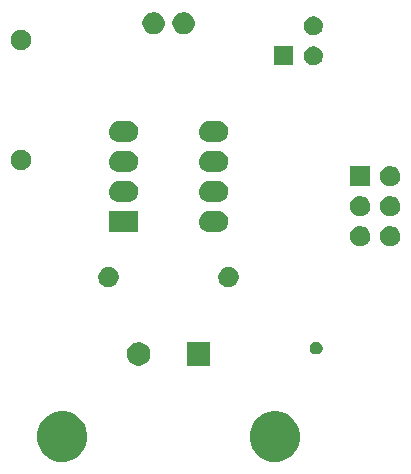
<source format=gbs>
G04 (created by PCBNEW (2013-07-07 BZR 4022)-stable) date 2014-07-19 12:08:07*
%MOIN*%
G04 Gerber Fmt 3.4, Leading zero omitted, Abs format*
%FSLAX34Y34*%
G01*
G70*
G90*
G04 APERTURE LIST*
%ADD10C,0.00590551*%
G04 APERTURE END LIST*
G54D10*
G36*
X19040Y-16275D02*
X19039Y-16348D01*
X19024Y-16416D01*
X18998Y-16474D01*
X18958Y-16531D01*
X18911Y-16575D01*
X18853Y-16612D01*
X18793Y-16635D01*
X18725Y-16647D01*
X18661Y-16646D01*
X18593Y-16631D01*
X18535Y-16605D01*
X18478Y-16565D01*
X18434Y-16520D01*
X18396Y-16461D01*
X18373Y-16402D01*
X18360Y-16333D01*
X18361Y-16270D01*
X18376Y-16202D01*
X18400Y-16144D01*
X18440Y-16086D01*
X18485Y-16042D01*
X18544Y-16003D01*
X18602Y-15980D01*
X18671Y-15967D01*
X18734Y-15967D01*
X18803Y-15981D01*
X18861Y-16006D01*
X18919Y-16045D01*
X18964Y-16089D01*
X19002Y-16148D01*
X19026Y-16206D01*
X19040Y-16273D01*
X19040Y-16275D01*
X19040Y-16275D01*
G37*
G36*
X19040Y-20275D02*
X19039Y-20348D01*
X19024Y-20416D01*
X18998Y-20474D01*
X18958Y-20531D01*
X18911Y-20575D01*
X18853Y-20612D01*
X18793Y-20635D01*
X18725Y-20647D01*
X18661Y-20646D01*
X18593Y-20631D01*
X18535Y-20605D01*
X18478Y-20565D01*
X18434Y-20520D01*
X18396Y-20461D01*
X18373Y-20402D01*
X18360Y-20333D01*
X18361Y-20270D01*
X18376Y-20202D01*
X18400Y-20144D01*
X18440Y-20086D01*
X18485Y-20042D01*
X18544Y-20003D01*
X18602Y-19980D01*
X18671Y-19967D01*
X18734Y-19967D01*
X18803Y-19981D01*
X18861Y-20006D01*
X18919Y-20045D01*
X18964Y-20089D01*
X19002Y-20148D01*
X19026Y-20206D01*
X19040Y-20273D01*
X19040Y-20275D01*
X19040Y-20275D01*
G37*
G36*
X20918Y-29446D02*
X20915Y-29631D01*
X20878Y-29795D01*
X20812Y-29942D01*
X20716Y-30079D01*
X20599Y-30191D01*
X20457Y-30281D01*
X20307Y-30339D01*
X20141Y-30368D01*
X19980Y-30365D01*
X19816Y-30329D01*
X19668Y-30264D01*
X19530Y-30168D01*
X19418Y-30052D01*
X19327Y-29911D01*
X19268Y-29761D01*
X19237Y-29596D01*
X19240Y-29435D01*
X19275Y-29270D01*
X19338Y-29122D01*
X19433Y-28983D01*
X19548Y-28871D01*
X19689Y-28779D01*
X19838Y-28718D01*
X20004Y-28687D01*
X20165Y-28688D01*
X20329Y-28722D01*
X20478Y-28784D01*
X20617Y-28878D01*
X20731Y-28992D01*
X20824Y-29133D01*
X20885Y-29281D01*
X20918Y-29446D01*
X20918Y-29446D01*
G37*
G36*
X21961Y-24180D02*
X21960Y-24253D01*
X21945Y-24321D01*
X21919Y-24379D01*
X21879Y-24436D01*
X21833Y-24480D01*
X21774Y-24517D01*
X21715Y-24540D01*
X21646Y-24552D01*
X21583Y-24551D01*
X21515Y-24536D01*
X21456Y-24511D01*
X21399Y-24471D01*
X21355Y-24425D01*
X21317Y-24367D01*
X21294Y-24308D01*
X21281Y-24239D01*
X21282Y-24176D01*
X21297Y-24107D01*
X21322Y-24049D01*
X21361Y-23991D01*
X21406Y-23947D01*
X21465Y-23909D01*
X21524Y-23885D01*
X21592Y-23872D01*
X21655Y-23873D01*
X21724Y-23887D01*
X21782Y-23911D01*
X21840Y-23950D01*
X21885Y-23995D01*
X21924Y-24054D01*
X21948Y-24112D01*
X21961Y-24179D01*
X21961Y-24180D01*
X21961Y-24180D01*
G37*
G36*
X22611Y-22715D02*
X21632Y-22715D01*
X21632Y-22016D01*
X22611Y-22016D01*
X22611Y-22715D01*
X22611Y-22715D01*
G37*
G36*
X22613Y-19368D02*
X22606Y-19436D01*
X22586Y-19501D01*
X22554Y-19561D01*
X22510Y-19613D01*
X22457Y-19657D01*
X22397Y-19689D01*
X22332Y-19708D01*
X22260Y-19715D01*
X21983Y-19715D01*
X21978Y-19715D01*
X21974Y-19715D01*
X21974Y-19715D01*
X21907Y-19707D01*
X21906Y-19707D01*
X21906Y-19707D01*
X21842Y-19687D01*
X21782Y-19654D01*
X21730Y-19610D01*
X21687Y-19557D01*
X21655Y-19497D01*
X21636Y-19431D01*
X21630Y-19363D01*
X21637Y-19295D01*
X21657Y-19230D01*
X21689Y-19170D01*
X21733Y-19118D01*
X21786Y-19075D01*
X21846Y-19043D01*
X21911Y-19023D01*
X21983Y-19016D01*
X22260Y-19016D01*
X22265Y-19016D01*
X22269Y-19016D01*
X22269Y-19016D01*
X22337Y-19024D01*
X22337Y-19024D01*
X22337Y-19024D01*
X22401Y-19044D01*
X22462Y-19077D01*
X22513Y-19121D01*
X22556Y-19174D01*
X22588Y-19235D01*
X22607Y-19300D01*
X22613Y-19368D01*
X22613Y-19368D01*
G37*
G36*
X22613Y-20368D02*
X22606Y-20436D01*
X22586Y-20501D01*
X22554Y-20561D01*
X22510Y-20613D01*
X22457Y-20657D01*
X22397Y-20689D01*
X22332Y-20708D01*
X22260Y-20715D01*
X21983Y-20715D01*
X21978Y-20715D01*
X21974Y-20715D01*
X21974Y-20715D01*
X21907Y-20707D01*
X21906Y-20707D01*
X21906Y-20707D01*
X21842Y-20687D01*
X21782Y-20654D01*
X21730Y-20610D01*
X21687Y-20557D01*
X21655Y-20497D01*
X21636Y-20431D01*
X21630Y-20363D01*
X21637Y-20295D01*
X21657Y-20230D01*
X21689Y-20170D01*
X21733Y-20118D01*
X21786Y-20075D01*
X21846Y-20043D01*
X21911Y-20023D01*
X21983Y-20016D01*
X22260Y-20016D01*
X22265Y-20016D01*
X22269Y-20016D01*
X22269Y-20016D01*
X22337Y-20024D01*
X22337Y-20024D01*
X22337Y-20024D01*
X22401Y-20044D01*
X22462Y-20077D01*
X22513Y-20121D01*
X22556Y-20174D01*
X22588Y-20235D01*
X22607Y-20300D01*
X22613Y-20368D01*
X22613Y-20368D01*
G37*
G36*
X22613Y-21368D02*
X22606Y-21436D01*
X22586Y-21501D01*
X22554Y-21561D01*
X22510Y-21613D01*
X22457Y-21657D01*
X22397Y-21689D01*
X22332Y-21708D01*
X22260Y-21715D01*
X21983Y-21715D01*
X21978Y-21715D01*
X21974Y-21715D01*
X21974Y-21715D01*
X21907Y-21707D01*
X21906Y-21707D01*
X21906Y-21707D01*
X21842Y-21687D01*
X21782Y-21654D01*
X21730Y-21610D01*
X21687Y-21557D01*
X21655Y-21497D01*
X21636Y-21431D01*
X21630Y-21363D01*
X21637Y-21295D01*
X21657Y-21230D01*
X21689Y-21170D01*
X21733Y-21118D01*
X21786Y-21075D01*
X21846Y-21043D01*
X21911Y-21023D01*
X21983Y-21016D01*
X22260Y-21016D01*
X22265Y-21016D01*
X22269Y-21016D01*
X22269Y-21016D01*
X22337Y-21024D01*
X22337Y-21024D01*
X22337Y-21024D01*
X22401Y-21044D01*
X22462Y-21077D01*
X22513Y-21121D01*
X22556Y-21174D01*
X22588Y-21235D01*
X22607Y-21300D01*
X22613Y-21368D01*
X22613Y-21368D01*
G37*
G36*
X23011Y-26734D02*
X23010Y-26819D01*
X22992Y-26896D01*
X22963Y-26963D01*
X22917Y-27028D01*
X22864Y-27079D01*
X22797Y-27121D01*
X22728Y-27148D01*
X22650Y-27162D01*
X22577Y-27160D01*
X22499Y-27143D01*
X22432Y-27114D01*
X22367Y-27068D01*
X22316Y-27016D01*
X22273Y-26949D01*
X22246Y-26881D01*
X22231Y-26802D01*
X22232Y-26729D01*
X22249Y-26651D01*
X22278Y-26584D01*
X22323Y-26518D01*
X22375Y-26467D01*
X22442Y-26423D01*
X22509Y-26396D01*
X22588Y-26381D01*
X22661Y-26382D01*
X22739Y-26398D01*
X22806Y-26426D01*
X22872Y-26471D01*
X22924Y-26522D01*
X22968Y-26589D01*
X22996Y-26656D01*
X23011Y-26733D01*
X23011Y-26734D01*
X23011Y-26734D01*
G37*
G36*
X23491Y-15713D02*
X23490Y-15793D01*
X23473Y-15866D01*
X23445Y-15930D01*
X23402Y-15991D01*
X23351Y-16039D01*
X23288Y-16080D01*
X23223Y-16105D01*
X23149Y-16118D01*
X23079Y-16116D01*
X23005Y-16100D01*
X22942Y-16072D01*
X22880Y-16029D01*
X22832Y-15979D01*
X22791Y-15916D01*
X22765Y-15851D01*
X22751Y-15777D01*
X22752Y-15708D01*
X22768Y-15634D01*
X22795Y-15570D01*
X22838Y-15508D01*
X22888Y-15459D01*
X22951Y-15418D01*
X23015Y-15392D01*
X23090Y-15378D01*
X23159Y-15378D01*
X23233Y-15393D01*
X23297Y-15420D01*
X23360Y-15463D01*
X23408Y-15511D01*
X23450Y-15575D01*
X23476Y-15638D01*
X23491Y-15713D01*
X23491Y-15713D01*
G37*
G36*
X24491Y-15713D02*
X24490Y-15793D01*
X24473Y-15866D01*
X24445Y-15930D01*
X24402Y-15991D01*
X24351Y-16039D01*
X24288Y-16080D01*
X24223Y-16105D01*
X24149Y-16118D01*
X24079Y-16116D01*
X24005Y-16100D01*
X23942Y-16072D01*
X23880Y-16029D01*
X23832Y-15979D01*
X23791Y-15916D01*
X23765Y-15851D01*
X23751Y-15777D01*
X23752Y-15708D01*
X23768Y-15634D01*
X23795Y-15570D01*
X23838Y-15508D01*
X23888Y-15459D01*
X23951Y-15418D01*
X24015Y-15392D01*
X24090Y-15378D01*
X24159Y-15378D01*
X24233Y-15393D01*
X24297Y-15420D01*
X24360Y-15463D01*
X24408Y-15511D01*
X24450Y-15575D01*
X24476Y-15638D01*
X24491Y-15713D01*
X24491Y-15713D01*
G37*
G36*
X25011Y-27161D02*
X24232Y-27161D01*
X24232Y-26381D01*
X25011Y-26381D01*
X25011Y-27161D01*
X25011Y-27161D01*
G37*
G36*
X25613Y-19368D02*
X25606Y-19436D01*
X25586Y-19501D01*
X25554Y-19561D01*
X25510Y-19613D01*
X25457Y-19657D01*
X25397Y-19689D01*
X25332Y-19708D01*
X25260Y-19715D01*
X24983Y-19715D01*
X24978Y-19715D01*
X24974Y-19715D01*
X24974Y-19715D01*
X24907Y-19707D01*
X24906Y-19707D01*
X24906Y-19707D01*
X24842Y-19687D01*
X24782Y-19654D01*
X24730Y-19610D01*
X24687Y-19557D01*
X24655Y-19497D01*
X24636Y-19431D01*
X24630Y-19363D01*
X24637Y-19295D01*
X24657Y-19230D01*
X24689Y-19170D01*
X24733Y-19118D01*
X24786Y-19075D01*
X24846Y-19043D01*
X24911Y-19023D01*
X24983Y-19016D01*
X25260Y-19016D01*
X25265Y-19016D01*
X25269Y-19016D01*
X25269Y-19016D01*
X25337Y-19024D01*
X25337Y-19024D01*
X25337Y-19024D01*
X25401Y-19044D01*
X25462Y-19077D01*
X25513Y-19121D01*
X25556Y-19174D01*
X25588Y-19235D01*
X25607Y-19300D01*
X25613Y-19368D01*
X25613Y-19368D01*
G37*
G36*
X25613Y-20368D02*
X25606Y-20436D01*
X25586Y-20501D01*
X25554Y-20561D01*
X25510Y-20613D01*
X25457Y-20657D01*
X25397Y-20689D01*
X25332Y-20708D01*
X25260Y-20715D01*
X24983Y-20715D01*
X24978Y-20715D01*
X24974Y-20715D01*
X24974Y-20715D01*
X24907Y-20707D01*
X24906Y-20707D01*
X24906Y-20707D01*
X24842Y-20687D01*
X24782Y-20654D01*
X24730Y-20610D01*
X24687Y-20557D01*
X24655Y-20497D01*
X24636Y-20431D01*
X24630Y-20363D01*
X24637Y-20295D01*
X24657Y-20230D01*
X24689Y-20170D01*
X24733Y-20118D01*
X24786Y-20075D01*
X24846Y-20043D01*
X24911Y-20023D01*
X24983Y-20016D01*
X25260Y-20016D01*
X25265Y-20016D01*
X25269Y-20016D01*
X25269Y-20016D01*
X25337Y-20024D01*
X25337Y-20024D01*
X25337Y-20024D01*
X25401Y-20044D01*
X25462Y-20077D01*
X25513Y-20121D01*
X25556Y-20174D01*
X25588Y-20235D01*
X25607Y-20300D01*
X25613Y-20368D01*
X25613Y-20368D01*
G37*
G36*
X25613Y-21368D02*
X25606Y-21436D01*
X25586Y-21501D01*
X25554Y-21561D01*
X25510Y-21613D01*
X25457Y-21657D01*
X25397Y-21689D01*
X25332Y-21708D01*
X25260Y-21715D01*
X24983Y-21715D01*
X24978Y-21715D01*
X24974Y-21715D01*
X24974Y-21715D01*
X24907Y-21707D01*
X24906Y-21707D01*
X24906Y-21707D01*
X24842Y-21687D01*
X24782Y-21654D01*
X24730Y-21610D01*
X24687Y-21557D01*
X24655Y-21497D01*
X24636Y-21431D01*
X24630Y-21363D01*
X24637Y-21295D01*
X24657Y-21230D01*
X24689Y-21170D01*
X24733Y-21118D01*
X24786Y-21075D01*
X24846Y-21043D01*
X24911Y-21023D01*
X24983Y-21016D01*
X25260Y-21016D01*
X25265Y-21016D01*
X25269Y-21016D01*
X25269Y-21016D01*
X25337Y-21024D01*
X25337Y-21024D01*
X25337Y-21024D01*
X25401Y-21044D01*
X25462Y-21077D01*
X25513Y-21121D01*
X25556Y-21174D01*
X25588Y-21235D01*
X25607Y-21300D01*
X25613Y-21368D01*
X25613Y-21368D01*
G37*
G36*
X25613Y-22368D02*
X25606Y-22436D01*
X25586Y-22501D01*
X25554Y-22561D01*
X25510Y-22613D01*
X25457Y-22657D01*
X25397Y-22689D01*
X25332Y-22708D01*
X25260Y-22715D01*
X24983Y-22715D01*
X24978Y-22715D01*
X24974Y-22715D01*
X24974Y-22715D01*
X24907Y-22707D01*
X24906Y-22707D01*
X24906Y-22707D01*
X24842Y-22687D01*
X24782Y-22654D01*
X24730Y-22610D01*
X24687Y-22557D01*
X24655Y-22497D01*
X24636Y-22431D01*
X24630Y-22363D01*
X24637Y-22295D01*
X24657Y-22230D01*
X24689Y-22170D01*
X24733Y-22118D01*
X24786Y-22075D01*
X24846Y-22043D01*
X24911Y-22023D01*
X24983Y-22016D01*
X25260Y-22016D01*
X25265Y-22016D01*
X25269Y-22016D01*
X25269Y-22016D01*
X25337Y-22024D01*
X25337Y-22024D01*
X25337Y-22024D01*
X25401Y-22044D01*
X25462Y-22077D01*
X25513Y-22121D01*
X25556Y-22174D01*
X25588Y-22235D01*
X25607Y-22300D01*
X25613Y-22368D01*
X25613Y-22368D01*
G37*
G36*
X25961Y-24180D02*
X25960Y-24253D01*
X25945Y-24321D01*
X25919Y-24379D01*
X25879Y-24436D01*
X25833Y-24480D01*
X25774Y-24517D01*
X25715Y-24540D01*
X25646Y-24552D01*
X25583Y-24551D01*
X25515Y-24536D01*
X25456Y-24511D01*
X25399Y-24471D01*
X25355Y-24425D01*
X25317Y-24367D01*
X25294Y-24308D01*
X25281Y-24239D01*
X25282Y-24176D01*
X25297Y-24107D01*
X25322Y-24049D01*
X25361Y-23991D01*
X25406Y-23947D01*
X25465Y-23909D01*
X25524Y-23885D01*
X25592Y-23872D01*
X25655Y-23873D01*
X25724Y-23887D01*
X25782Y-23911D01*
X25840Y-23950D01*
X25885Y-23995D01*
X25924Y-24054D01*
X25948Y-24112D01*
X25961Y-24179D01*
X25961Y-24180D01*
X25961Y-24180D01*
G37*
G36*
X27767Y-17153D02*
X27138Y-17153D01*
X27138Y-16523D01*
X27767Y-16523D01*
X27767Y-17153D01*
X27767Y-17153D01*
G37*
G36*
X28005Y-29446D02*
X28002Y-29631D01*
X27965Y-29795D01*
X27899Y-29942D01*
X27802Y-30079D01*
X27685Y-30191D01*
X27544Y-30281D01*
X27393Y-30339D01*
X27228Y-30368D01*
X27066Y-30365D01*
X26903Y-30329D01*
X26755Y-30264D01*
X26617Y-30168D01*
X26505Y-30052D01*
X26414Y-29911D01*
X26354Y-29761D01*
X26324Y-29596D01*
X26326Y-29435D01*
X26361Y-29270D01*
X26425Y-29122D01*
X26520Y-28983D01*
X26635Y-28871D01*
X26776Y-28779D01*
X26925Y-28718D01*
X27090Y-28687D01*
X27251Y-28688D01*
X27416Y-28722D01*
X27564Y-28784D01*
X27704Y-28878D01*
X27817Y-28992D01*
X27911Y-29133D01*
X27972Y-29281D01*
X28005Y-29446D01*
X28005Y-29446D01*
G37*
G36*
X28757Y-26555D02*
X28757Y-26600D01*
X28747Y-26644D01*
X28731Y-26680D01*
X28705Y-26716D01*
X28677Y-26743D01*
X28639Y-26767D01*
X28602Y-26782D01*
X28558Y-26789D01*
X28519Y-26789D01*
X28475Y-26779D01*
X28439Y-26763D01*
X28402Y-26737D01*
X28375Y-26709D01*
X28350Y-26671D01*
X28336Y-26635D01*
X28328Y-26591D01*
X28328Y-26552D01*
X28338Y-26508D01*
X28353Y-26472D01*
X28379Y-26434D01*
X28406Y-26407D01*
X28444Y-26382D01*
X28480Y-26368D01*
X28525Y-26359D01*
X28564Y-26360D01*
X28608Y-26369D01*
X28644Y-26384D01*
X28682Y-26409D01*
X28709Y-26437D01*
X28734Y-26475D01*
X28749Y-26510D01*
X28757Y-26553D01*
X28757Y-26555D01*
X28757Y-26555D01*
G37*
G36*
X28767Y-15809D02*
X28766Y-15876D01*
X28752Y-15939D01*
X28728Y-15993D01*
X28691Y-16046D01*
X28648Y-16086D01*
X28593Y-16121D01*
X28539Y-16142D01*
X28475Y-16153D01*
X28416Y-16152D01*
X28353Y-16138D01*
X28299Y-16115D01*
X28246Y-16078D01*
X28206Y-16036D01*
X28170Y-15981D01*
X28149Y-15927D01*
X28137Y-15863D01*
X28138Y-15805D01*
X28152Y-15741D01*
X28174Y-15687D01*
X28211Y-15634D01*
X28253Y-15593D01*
X28307Y-15557D01*
X28361Y-15535D01*
X28425Y-15523D01*
X28484Y-15524D01*
X28547Y-15537D01*
X28601Y-15559D01*
X28655Y-15596D01*
X28696Y-15637D01*
X28732Y-15691D01*
X28754Y-15745D01*
X28767Y-15809D01*
X28767Y-15809D01*
G37*
G36*
X28767Y-16809D02*
X28766Y-16876D01*
X28752Y-16939D01*
X28728Y-16993D01*
X28691Y-17046D01*
X28648Y-17086D01*
X28593Y-17121D01*
X28539Y-17142D01*
X28475Y-17153D01*
X28416Y-17152D01*
X28353Y-17138D01*
X28299Y-17115D01*
X28246Y-17078D01*
X28206Y-17036D01*
X28170Y-16981D01*
X28149Y-16927D01*
X28137Y-16863D01*
X28138Y-16805D01*
X28152Y-16741D01*
X28174Y-16687D01*
X28211Y-16634D01*
X28253Y-16593D01*
X28307Y-16557D01*
X28361Y-16535D01*
X28425Y-16523D01*
X28484Y-16524D01*
X28547Y-16537D01*
X28601Y-16559D01*
X28655Y-16596D01*
X28696Y-16637D01*
X28732Y-16691D01*
X28754Y-16745D01*
X28767Y-16809D01*
X28767Y-16809D01*
G37*
G36*
X30351Y-21818D02*
X30350Y-21891D01*
X30335Y-21959D01*
X30309Y-22017D01*
X30269Y-22074D01*
X30223Y-22118D01*
X30164Y-22155D01*
X30104Y-22178D01*
X30036Y-22190D01*
X29972Y-22189D01*
X29904Y-22174D01*
X29846Y-22148D01*
X29789Y-22109D01*
X29745Y-22063D01*
X29707Y-22004D01*
X29684Y-21946D01*
X29671Y-21877D01*
X29672Y-21814D01*
X29687Y-21745D01*
X29712Y-21687D01*
X29751Y-21629D01*
X29796Y-21585D01*
X29855Y-21547D01*
X29913Y-21523D01*
X29982Y-21510D01*
X30045Y-21510D01*
X30114Y-21525D01*
X30172Y-21549D01*
X30230Y-21588D01*
X30275Y-21633D01*
X30313Y-21691D01*
X30337Y-21749D01*
X30351Y-21817D01*
X30351Y-21818D01*
X30351Y-21818D01*
G37*
G36*
X30351Y-22818D02*
X30350Y-22891D01*
X30335Y-22959D01*
X30309Y-23017D01*
X30269Y-23074D01*
X30223Y-23118D01*
X30164Y-23155D01*
X30104Y-23178D01*
X30036Y-23190D01*
X29972Y-23189D01*
X29904Y-23174D01*
X29846Y-23148D01*
X29789Y-23109D01*
X29745Y-23063D01*
X29707Y-23004D01*
X29684Y-22946D01*
X29671Y-22877D01*
X29672Y-22814D01*
X29687Y-22745D01*
X29712Y-22687D01*
X29751Y-22629D01*
X29796Y-22585D01*
X29855Y-22547D01*
X29913Y-22523D01*
X29982Y-22510D01*
X30045Y-22510D01*
X30114Y-22525D01*
X30172Y-22549D01*
X30230Y-22588D01*
X30275Y-22633D01*
X30313Y-22691D01*
X30337Y-22749D01*
X30351Y-22817D01*
X30351Y-22818D01*
X30351Y-22818D01*
G37*
G36*
X30351Y-21190D02*
X29672Y-21190D01*
X29672Y-20510D01*
X30351Y-20510D01*
X30351Y-21190D01*
X30351Y-21190D01*
G37*
G36*
X31351Y-20818D02*
X31350Y-20891D01*
X31335Y-20959D01*
X31309Y-21017D01*
X31269Y-21074D01*
X31223Y-21118D01*
X31164Y-21155D01*
X31104Y-21178D01*
X31036Y-21190D01*
X30972Y-21189D01*
X30904Y-21174D01*
X30846Y-21148D01*
X30789Y-21109D01*
X30745Y-21063D01*
X30707Y-21004D01*
X30684Y-20946D01*
X30671Y-20877D01*
X30672Y-20814D01*
X30687Y-20745D01*
X30712Y-20687D01*
X30751Y-20629D01*
X30796Y-20585D01*
X30855Y-20547D01*
X30913Y-20523D01*
X30982Y-20510D01*
X31045Y-20510D01*
X31114Y-20525D01*
X31172Y-20549D01*
X31230Y-20588D01*
X31275Y-20633D01*
X31313Y-20691D01*
X31337Y-20749D01*
X31351Y-20817D01*
X31351Y-20818D01*
X31351Y-20818D01*
G37*
G36*
X31351Y-21818D02*
X31350Y-21891D01*
X31335Y-21959D01*
X31309Y-22017D01*
X31269Y-22074D01*
X31223Y-22118D01*
X31164Y-22155D01*
X31104Y-22178D01*
X31036Y-22190D01*
X30972Y-22189D01*
X30904Y-22174D01*
X30846Y-22148D01*
X30789Y-22109D01*
X30745Y-22063D01*
X30707Y-22004D01*
X30684Y-21946D01*
X30671Y-21877D01*
X30672Y-21814D01*
X30687Y-21745D01*
X30712Y-21687D01*
X30751Y-21629D01*
X30796Y-21585D01*
X30855Y-21547D01*
X30913Y-21523D01*
X30982Y-21510D01*
X31045Y-21510D01*
X31114Y-21525D01*
X31172Y-21549D01*
X31230Y-21588D01*
X31275Y-21633D01*
X31313Y-21691D01*
X31337Y-21749D01*
X31351Y-21817D01*
X31351Y-21818D01*
X31351Y-21818D01*
G37*
G36*
X31351Y-22818D02*
X31350Y-22891D01*
X31335Y-22959D01*
X31309Y-23017D01*
X31269Y-23074D01*
X31223Y-23118D01*
X31164Y-23155D01*
X31104Y-23178D01*
X31036Y-23190D01*
X30972Y-23189D01*
X30904Y-23174D01*
X30846Y-23148D01*
X30789Y-23109D01*
X30745Y-23063D01*
X30707Y-23004D01*
X30684Y-22946D01*
X30671Y-22877D01*
X30672Y-22814D01*
X30687Y-22745D01*
X30712Y-22687D01*
X30751Y-22629D01*
X30796Y-22585D01*
X30855Y-22547D01*
X30913Y-22523D01*
X30982Y-22510D01*
X31045Y-22510D01*
X31114Y-22525D01*
X31172Y-22549D01*
X31230Y-22588D01*
X31275Y-22633D01*
X31313Y-22691D01*
X31337Y-22749D01*
X31351Y-22817D01*
X31351Y-22818D01*
X31351Y-22818D01*
G37*
M02*

</source>
